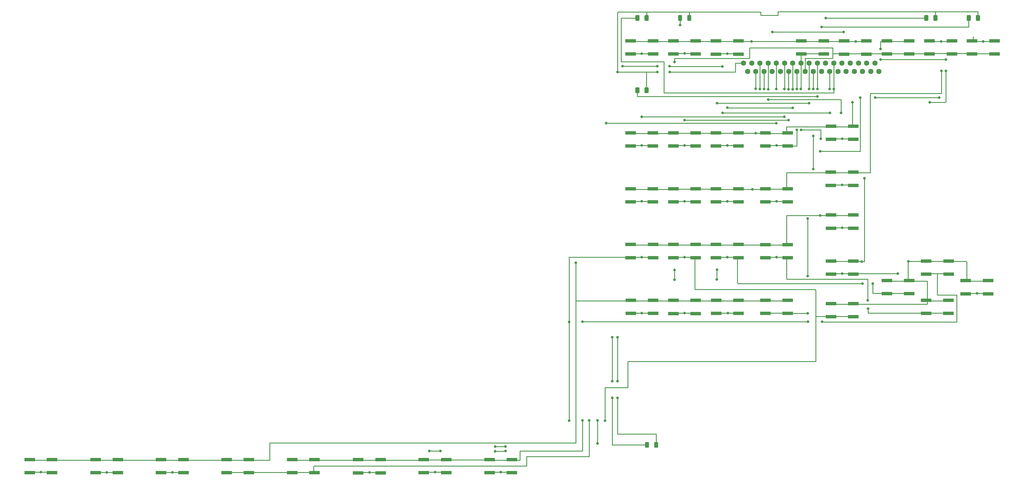
<source format=gbr>
%TF.GenerationSoftware,KiCad,Pcbnew,(5.1.9)-1*%
%TF.CreationDate,2021-03-26T19:35:24+01:00*%
%TF.ProjectId,UPL_Keyboard,55504c5f-4b65-4796-926f-6172642e6b69,2*%
%TF.SameCoordinates,Original*%
%TF.FileFunction,Copper,L1,Top*%
%TF.FilePolarity,Positive*%
%FSLAX46Y46*%
G04 Gerber Fmt 4.6, Leading zero omitted, Abs format (unit mm)*
G04 Created by KiCad (PCBNEW (5.1.9)-1) date 2021-03-26 19:35:24*
%MOMM*%
%LPD*%
G01*
G04 APERTURE LIST*
%TA.AperFunction,ComponentPad*%
%ADD10C,1.600000*%
%TD*%
%TA.AperFunction,SMDPad,CuDef*%
%ADD11R,3.200400X0.990600*%
%TD*%
%TA.AperFunction,ViaPad*%
%ADD12C,0.800000*%
%TD*%
%TA.AperFunction,Conductor*%
%ADD13C,0.250000*%
%TD*%
G04 APERTURE END LIST*
D10*
%TO.P,J1,1*%
%TO.N,LED_A*%
X276115100Y-94107000D03*
%TO.P,J1,2*%
%TO.N,KEY_DET*%
X277365100Y-96607000D03*
%TO.P,J1,3*%
%TO.N,BTN_ROW_1*%
X278615100Y-94107000D03*
%TO.P,J1,4*%
%TO.N,BTN_ROW_2*%
X279865100Y-96607000D03*
%TO.P,J1,5*%
%TO.N,BTN_ROW_3*%
X281115100Y-94107000D03*
%TO.P,J1,6*%
%TO.N,BTN_ROW_4*%
X282365100Y-96607000D03*
%TO.P,J1,7*%
%TO.N,BTN_ROW_5*%
X283615100Y-94107000D03*
%TO.P,J1,8*%
%TO.N,BTN_ROW_6*%
X284865100Y-96607000D03*
%TO.P,J1,9*%
%TO.N,BTN_ROW_7*%
X286115100Y-94107000D03*
%TO.P,J1,10*%
%TO.N,NOT_USED_1*%
X287365100Y-96607000D03*
%TO.P,J1,11*%
%TO.N,BTN_COL_1*%
X288615100Y-94107000D03*
%TO.P,J1,12*%
%TO.N,BTN_COL_2*%
X289865100Y-96607000D03*
%TO.P,J1,13*%
%TO.N,BTN_COL_3*%
X291115100Y-94107000D03*
%TO.P,J1,14*%
%TO.N,BTN_COL_4*%
X292365100Y-96607000D03*
%TO.P,J1,15*%
%TO.N,BTN_COL_5*%
X293615100Y-94107000D03*
%TO.P,J1,16*%
%TO.N,BTN_COL_6*%
X294865100Y-96607000D03*
%TO.P,J1,17*%
%TO.N,BTN_COL_7*%
X296115100Y-94107000D03*
%TO.P,J1,18*%
%TO.N,BTN_COL_8*%
X297365100Y-96607000D03*
%TO.P,J1,19*%
%TO.N,LED_DATA*%
X298615100Y-94107000D03*
%TO.P,J1,20*%
%TO.N,LED_REMOTE*%
X299865100Y-96607000D03*
%TO.P,J1,21*%
%TO.N,LED_OUTPUT*%
X301115100Y-94107000D03*
%TO.P,J1,22*%
%TO.N,LED_GEN_OVRLD*%
X302365100Y-96607000D03*
%TO.P,J1,23*%
%TO.N,LED_START*%
X303615100Y-94107000D03*
%TO.P,J1,24*%
%TO.N,LED_SINGLE*%
X304865100Y-96607000D03*
%TO.P,J1,25*%
%TO.N,KEY_DET*%
X306115100Y-94107000D03*
%TO.P,J1,26*%
%TO.N,NOT_USED_2*%
X307365100Y-96607000D03*
%TO.P,J1,27*%
%TO.N,N/C*%
X308615100Y-94107000D03*
%TO.P,J1,28*%
X309865100Y-96607000D03*
%TO.P,J1,29*%
X311115100Y-94107000D03*
%TO.P,J1,30*%
X312365100Y-96607000D03*
%TO.P,J1,31*%
X313615100Y-94107000D03*
%TO.P,J1,32*%
X314865100Y-96607000D03*
%TO.P,J1,33*%
X316115100Y-94107000D03*
%TO.P,J1,34*%
X317365100Y-96607000D03*
%TD*%
D11*
%TO.P,SW41,1*%
%TO.N,BTN_ROW_5*%
X198760002Y-214819999D03*
%TO.P,SW41,2*%
%TO.N,BTN_COL_1*%
X198760002Y-218820001D03*
X205559998Y-218820001D03*
%TO.P,SW41,1*%
%TO.N,BTN_ROW_5*%
X205559998Y-214819999D03*
%TD*%
%TO.P,SW40,1*%
%TO.N,BTN_ROW_5*%
X178760002Y-214799999D03*
%TO.P,SW40,2*%
%TO.N,BTN_COL_2*%
X178760002Y-218800001D03*
X185559998Y-218800001D03*
%TO.P,SW40,1*%
%TO.N,BTN_ROW_5*%
X185559998Y-214799999D03*
%TD*%
%TO.P,SW39,1*%
%TO.N,BTN_ROW_5*%
X158780002Y-214859999D03*
%TO.P,SW39,2*%
%TO.N,BTN_COL_3*%
X158780002Y-218860001D03*
X165579998Y-218860001D03*
%TO.P,SW39,1*%
%TO.N,BTN_ROW_5*%
X165579998Y-214859999D03*
%TD*%
%TO.P,SW38,1*%
%TO.N,BTN_ROW_5*%
X138700002Y-214839999D03*
%TO.P,SW38,2*%
%TO.N,BTN_COL_4*%
X138700002Y-218840001D03*
X145499998Y-218840001D03*
%TO.P,SW38,1*%
%TO.N,BTN_ROW_5*%
X145499998Y-214839999D03*
%TD*%
%TO.P,SW37,1*%
%TO.N,BTN_ROW_7*%
X118710002Y-214839999D03*
%TO.P,SW37,2*%
%TO.N,BTN_COL_4*%
X118710002Y-218840001D03*
X125509998Y-218840001D03*
%TO.P,SW37,1*%
%TO.N,BTN_ROW_7*%
X125509998Y-214839999D03*
%TD*%
%TO.P,SW36,1*%
%TO.N,BTN_ROW_7*%
X98750002Y-214849999D03*
%TO.P,SW36,2*%
%TO.N,BTN_COL_3*%
X98750002Y-218850001D03*
X105549998Y-218850001D03*
%TO.P,SW36,1*%
%TO.N,BTN_ROW_7*%
X105549998Y-214849999D03*
%TD*%
%TO.P,SW35,1*%
%TO.N,BTN_ROW_7*%
X78800002Y-214849999D03*
%TO.P,SW35,2*%
%TO.N,BTN_COL_2*%
X78800002Y-218850001D03*
X85599998Y-218850001D03*
%TO.P,SW35,1*%
%TO.N,BTN_ROW_7*%
X85599998Y-214849999D03*
%TD*%
%TO.P,SW34,1*%
%TO.N,BTN_ROW_7*%
X58730002Y-214829999D03*
%TO.P,SW34,2*%
%TO.N,BTN_COL_1*%
X58730002Y-218830001D03*
X65529998Y-218830001D03*
%TO.P,SW34,1*%
%TO.N,BTN_ROW_7*%
X65529998Y-214829999D03*
%TD*%
%TO.P,SW33,1*%
%TO.N,BTN_ROW_6*%
X331740002Y-166339999D03*
%TO.P,SW33,2*%
%TO.N,BTN_COL_4*%
X331740002Y-170340001D03*
X338539998Y-170340001D03*
%TO.P,SW33,1*%
%TO.N,BTN_ROW_6*%
X338539998Y-166339999D03*
%TD*%
%TO.P,SW32,1*%
%TO.N,BTN_ROW_6*%
X331760002Y-154359999D03*
%TO.P,SW32,2*%
%TO.N,BTN_COL_1*%
X331760002Y-158360001D03*
X338559998Y-158360001D03*
%TO.P,SW32,1*%
%TO.N,BTN_ROW_6*%
X338559998Y-154359999D03*
%TD*%
%TO.P,SW31,1*%
%TO.N,BTN_ROW_6*%
X343790002Y-160349999D03*
%TO.P,SW31,2*%
%TO.N,BTN_COL_5*%
X343790002Y-164350001D03*
X350589998Y-164350001D03*
%TO.P,SW31,1*%
%TO.N,BTN_ROW_6*%
X350589998Y-160349999D03*
%TD*%
%TO.P,SW30,1*%
%TO.N,BTN_ROW_6*%
X319750002Y-160319999D03*
%TO.P,SW30,2*%
%TO.N,BTN_COL_3*%
X319750002Y-164320001D03*
X326549998Y-164320001D03*
%TO.P,SW30,1*%
%TO.N,BTN_ROW_6*%
X326549998Y-160319999D03*
%TD*%
%TO.P,SW29,1*%
%TO.N,BTN_ROW_7*%
X282770002Y-166329999D03*
%TO.P,SW29,2*%
%TO.N,BTN_COL_8*%
X282770002Y-170330001D03*
X289569998Y-170330001D03*
%TO.P,SW29,1*%
%TO.N,BTN_ROW_7*%
X289569998Y-166329999D03*
%TD*%
%TO.P,SW28,1*%
%TO.N,BTN_ROW_7*%
X267780002Y-166339999D03*
%TO.P,SW28,2*%
%TO.N,BTN_COL_7*%
X267780002Y-170340001D03*
X274579998Y-170340001D03*
%TO.P,SW28,1*%
%TO.N,BTN_ROW_7*%
X274579998Y-166339999D03*
%TD*%
%TO.P,SW27,1*%
%TO.N,BTN_ROW_7*%
X254750002Y-166349999D03*
%TO.P,SW27,2*%
%TO.N,BTN_COL_6*%
X254750002Y-170350001D03*
X261549998Y-170350001D03*
%TO.P,SW27,1*%
%TO.N,BTN_ROW_7*%
X261549998Y-166349999D03*
%TD*%
%TO.P,SW26,1*%
%TO.N,BTN_ROW_7*%
X241790002Y-166339999D03*
%TO.P,SW26,2*%
%TO.N,BTN_COL_5*%
X241790002Y-170340001D03*
X248589998Y-170340001D03*
%TO.P,SW26,1*%
%TO.N,BTN_ROW_7*%
X248589998Y-166339999D03*
%TD*%
%TO.P,SW25,1*%
%TO.N,BTN_ROW_6*%
X302780002Y-167349999D03*
%TO.P,SW25,2*%
%TO.N,BTN_COL_2*%
X302780002Y-171350001D03*
X309579998Y-171350001D03*
%TO.P,SW25,1*%
%TO.N,BTN_ROW_6*%
X309579998Y-167349999D03*
%TD*%
%TO.P,SW24,1*%
%TO.N,BTN_ROW_4*%
X282750002Y-149349999D03*
%TO.P,SW24,2*%
%TO.N,BTN_COL_4*%
X282750002Y-153350001D03*
X289549998Y-153350001D03*
%TO.P,SW24,1*%
%TO.N,BTN_ROW_4*%
X289549998Y-149349999D03*
%TD*%
%TO.P,SW23,1*%
%TO.N,BTN_ROW_4*%
X267740002Y-149339999D03*
%TO.P,SW23,2*%
%TO.N,BTN_COL_3*%
X267740002Y-153340001D03*
X274539998Y-153340001D03*
%TO.P,SW23,1*%
%TO.N,BTN_ROW_4*%
X274539998Y-149339999D03*
%TD*%
%TO.P,SW22,1*%
%TO.N,BTN_ROW_4*%
X254750002Y-149339999D03*
%TO.P,SW22,2*%
%TO.N,BTN_COL_2*%
X254750002Y-153340001D03*
X261549998Y-153340001D03*
%TO.P,SW22,1*%
%TO.N,BTN_ROW_4*%
X261549998Y-149339999D03*
%TD*%
%TO.P,SW21,1*%
%TO.N,BTN_ROW_4*%
X241750002Y-149329999D03*
%TO.P,SW21,2*%
%TO.N,BTN_COL_1*%
X241750002Y-153330001D03*
X248549998Y-153330001D03*
%TO.P,SW21,1*%
%TO.N,BTN_ROW_4*%
X248549998Y-149329999D03*
%TD*%
%TO.P,SW20,1*%
%TO.N,BTN_ROW_5*%
X302740002Y-154349999D03*
%TO.P,SW20,2*%
%TO.N,BTN_COL_5*%
X302740002Y-158350001D03*
X309539998Y-158350001D03*
%TO.P,SW20,1*%
%TO.N,BTN_ROW_5*%
X309539998Y-154349999D03*
%TD*%
%TO.P,SW19,1*%
%TO.N,BTN_ROW_4*%
X302780002Y-140369999D03*
%TO.P,SW19,2*%
%TO.N,BTN_COL_5*%
X302780002Y-144370001D03*
X309579998Y-144370001D03*
%TO.P,SW19,1*%
%TO.N,BTN_ROW_4*%
X309579998Y-140369999D03*
%TD*%
%TO.P,SW18,1*%
%TO.N,BTN_ROW_3*%
X282760002Y-132339999D03*
%TO.P,SW18,2*%
%TO.N,BTN_COL_4*%
X282760002Y-136340001D03*
X289559998Y-136340001D03*
%TO.P,SW18,1*%
%TO.N,BTN_ROW_3*%
X289559998Y-132339999D03*
%TD*%
%TO.P,SW17,1*%
%TO.N,BTN_ROW_3*%
X267760002Y-132349999D03*
%TO.P,SW17,2*%
%TO.N,BTN_COL_3*%
X267760002Y-136350001D03*
X274559998Y-136350001D03*
%TO.P,SW17,1*%
%TO.N,BTN_ROW_3*%
X274559998Y-132349999D03*
%TD*%
%TO.P,SW16,1*%
%TO.N,BTN_ROW_3*%
X254760002Y-132339999D03*
%TO.P,SW16,2*%
%TO.N,BTN_COL_2*%
X254760002Y-136340001D03*
X261559998Y-136340001D03*
%TO.P,SW16,1*%
%TO.N,BTN_ROW_3*%
X261559998Y-132339999D03*
%TD*%
%TO.P,SW15,1*%
%TO.N,BTN_ROW_3*%
X241730002Y-132349999D03*
%TO.P,SW15,2*%
%TO.N,BTN_COL_1*%
X241730002Y-136350001D03*
X248529998Y-136350001D03*
%TO.P,SW15,1*%
%TO.N,BTN_ROW_3*%
X248529998Y-132349999D03*
%TD*%
%TO.P,SW14,1*%
%TO.N,BTN_ROW_3*%
X302710002Y-127329999D03*
%TO.P,SW14,2*%
%TO.N,BTN_COL_5*%
X302710002Y-131330001D03*
X309509998Y-131330001D03*
%TO.P,SW14,1*%
%TO.N,BTN_ROW_3*%
X309509998Y-127329999D03*
%TD*%
%TO.P,SW13,1*%
%TO.N,BTN_ROW_2*%
X302760002Y-113319999D03*
%TO.P,SW13,2*%
%TO.N,BTN_COL_5*%
X302760002Y-117320001D03*
X309559998Y-117320001D03*
%TO.P,SW13,1*%
%TO.N,BTN_ROW_2*%
X309559998Y-113319999D03*
%TD*%
%TO.P,SW12,1*%
%TO.N,BTN_ROW_2*%
X282760002Y-115339999D03*
%TO.P,SW12,2*%
%TO.N,BTN_COL_4*%
X282760002Y-119340001D03*
X289559998Y-119340001D03*
%TO.P,SW12,1*%
%TO.N,BTN_ROW_2*%
X289559998Y-115339999D03*
%TD*%
%TO.P,SW11,1*%
%TO.N,BTN_ROW_2*%
X267740002Y-115319999D03*
%TO.P,SW11,2*%
%TO.N,BTN_COL_3*%
X267740002Y-119320001D03*
X274539998Y-119320001D03*
%TO.P,SW11,1*%
%TO.N,BTN_ROW_2*%
X274539998Y-115319999D03*
%TD*%
%TO.P,SW10,1*%
%TO.N,BTN_ROW_2*%
X254740002Y-115329999D03*
%TO.P,SW10,2*%
%TO.N,BTN_COL_2*%
X254740002Y-119330001D03*
X261539998Y-119330001D03*
%TO.P,SW10,1*%
%TO.N,BTN_ROW_2*%
X261539998Y-115329999D03*
%TD*%
%TO.P,SW9,1*%
%TO.N,BTN_ROW_2*%
X241730002Y-115339999D03*
%TO.P,SW9,2*%
%TO.N,BTN_COL_1*%
X241730002Y-119340001D03*
X248529998Y-119340001D03*
%TO.P,SW9,1*%
%TO.N,BTN_ROW_2*%
X248529998Y-115339999D03*
%TD*%
%TO.P,SW8,1*%
%TO.N,BTN_ROW_4*%
X345740002Y-87339999D03*
%TO.P,SW8,2*%
%TO.N,BTN_COL_6*%
X345740002Y-91340001D03*
X352539998Y-91340001D03*
%TO.P,SW8,1*%
%TO.N,BTN_ROW_4*%
X352539998Y-87339999D03*
%TD*%
%TO.P,SW7,1*%
%TO.N,BTN_ROW_3*%
X332770002Y-87329999D03*
%TO.P,SW7,2*%
%TO.N,BTN_COL_6*%
X332770002Y-91330001D03*
X339569998Y-91330001D03*
%TO.P,SW7,1*%
%TO.N,BTN_ROW_3*%
X339569998Y-87329999D03*
%TD*%
%TO.P,SW6,1*%
%TO.N,BTN_ROW_2*%
X319750002Y-87339999D03*
%TO.P,SW6,2*%
%TO.N,BTN_COL_6*%
X319750002Y-91340001D03*
X326549998Y-91340001D03*
%TO.P,SW6,1*%
%TO.N,BTN_ROW_2*%
X326549998Y-87339999D03*
%TD*%
%TO.P,SW5,1*%
%TO.N,BTN_ROW_1*%
X306740002Y-87359999D03*
%TO.P,SW5,2*%
%TO.N,BTN_COL_6*%
X306740002Y-91360001D03*
X313539998Y-91360001D03*
%TO.P,SW5,1*%
%TO.N,BTN_ROW_1*%
X313539998Y-87359999D03*
%TD*%
%TO.P,SW4,1*%
%TO.N,BTN_ROW_1*%
X293750002Y-87349999D03*
%TO.P,SW4,2*%
%TO.N,BTN_COL_5*%
X293750002Y-91350001D03*
X300549998Y-91350001D03*
%TO.P,SW4,1*%
%TO.N,BTN_ROW_1*%
X300549998Y-87349999D03*
%TD*%
%TO.P,SW3,1*%
%TO.N,BTN_ROW_1*%
X267750002Y-87359999D03*
%TO.P,SW3,2*%
%TO.N,BTN_COL_3*%
X267750002Y-91360001D03*
X274549998Y-91360001D03*
%TO.P,SW3,1*%
%TO.N,BTN_ROW_1*%
X274549998Y-87359999D03*
%TD*%
%TO.P,SW2,1*%
%TO.N,BTN_ROW_1*%
X254740002Y-87329999D03*
%TO.P,SW2,2*%
%TO.N,BTN_COL_2*%
X254740002Y-91330001D03*
X261539998Y-91330001D03*
%TO.P,SW2,1*%
%TO.N,BTN_ROW_1*%
X261539998Y-87329999D03*
%TD*%
%TO.P,SW1,1*%
%TO.N,BTN_ROW_1*%
X241750002Y-87349999D03*
%TO.P,SW1,2*%
%TO.N,BTN_COL_1*%
X241750002Y-91350001D03*
X248549998Y-91350001D03*
%TO.P,SW1,1*%
%TO.N,BTN_ROW_1*%
X248549998Y-87349999D03*
%TD*%
%TO.P,LED_START1,2*%
%TO.N,LED_A*%
%TA.AperFunction,SMDPad,CuDef*%
G36*
G01*
X245985000Y-80975000D02*
X245985000Y-79725000D01*
G75*
G02*
X246235000Y-79475000I250000J0D01*
G01*
X246985000Y-79475000D01*
G75*
G02*
X247235000Y-79725000I0J-250000D01*
G01*
X247235000Y-80975000D01*
G75*
G02*
X246985000Y-81225000I-250000J0D01*
G01*
X246235000Y-81225000D01*
G75*
G02*
X245985000Y-80975000I0J250000D01*
G01*
G37*
%TD.AperFunction*%
%TO.P,LED_START1,1*%
%TO.N,LED_START*%
%TA.AperFunction,SMDPad,CuDef*%
G36*
G01*
X243185000Y-80975000D02*
X243185000Y-79725000D01*
G75*
G02*
X243435000Y-79475000I250000J0D01*
G01*
X244185000Y-79475000D01*
G75*
G02*
X244435000Y-79725000I0J-250000D01*
G01*
X244435000Y-80975000D01*
G75*
G02*
X244185000Y-81225000I-250000J0D01*
G01*
X243435000Y-81225000D01*
G75*
G02*
X243185000Y-80975000I0J250000D01*
G01*
G37*
%TD.AperFunction*%
%TD*%
%TO.P,LED_SINGLE1,2*%
%TO.N,LED_A*%
%TA.AperFunction,SMDPad,CuDef*%
G36*
G01*
X258975000Y-80965000D02*
X258975000Y-79715000D01*
G75*
G02*
X259225000Y-79465000I250000J0D01*
G01*
X259975000Y-79465000D01*
G75*
G02*
X260225000Y-79715000I0J-250000D01*
G01*
X260225000Y-80965000D01*
G75*
G02*
X259975000Y-81215000I-250000J0D01*
G01*
X259225000Y-81215000D01*
G75*
G02*
X258975000Y-80965000I0J250000D01*
G01*
G37*
%TD.AperFunction*%
%TO.P,LED_SINGLE1,1*%
%TO.N,LED_SINGLE*%
%TA.AperFunction,SMDPad,CuDef*%
G36*
G01*
X256175000Y-80965000D02*
X256175000Y-79715000D01*
G75*
G02*
X256425000Y-79465000I250000J0D01*
G01*
X257175000Y-79465000D01*
G75*
G02*
X257425000Y-79715000I0J-250000D01*
G01*
X257425000Y-80965000D01*
G75*
G02*
X257175000Y-81215000I-250000J0D01*
G01*
X256425000Y-81215000D01*
G75*
G02*
X256175000Y-80965000I0J250000D01*
G01*
G37*
%TD.AperFunction*%
%TD*%
%TO.P,LED_REMOTE1,2*%
%TO.N,LED_A*%
%TA.AperFunction,SMDPad,CuDef*%
G36*
G01*
X346875000Y-80975000D02*
X346875000Y-79725000D01*
G75*
G02*
X347125000Y-79475000I250000J0D01*
G01*
X347875000Y-79475000D01*
G75*
G02*
X348125000Y-79725000I0J-250000D01*
G01*
X348125000Y-80975000D01*
G75*
G02*
X347875000Y-81225000I-250000J0D01*
G01*
X347125000Y-81225000D01*
G75*
G02*
X346875000Y-80975000I0J250000D01*
G01*
G37*
%TD.AperFunction*%
%TO.P,LED_REMOTE1,1*%
%TO.N,LED_REMOTE*%
%TA.AperFunction,SMDPad,CuDef*%
G36*
G01*
X344075000Y-80975000D02*
X344075000Y-79725000D01*
G75*
G02*
X344325000Y-79475000I250000J0D01*
G01*
X345075000Y-79475000D01*
G75*
G02*
X345325000Y-79725000I0J-250000D01*
G01*
X345325000Y-80975000D01*
G75*
G02*
X345075000Y-81225000I-250000J0D01*
G01*
X344325000Y-81225000D01*
G75*
G02*
X344075000Y-80975000I0J250000D01*
G01*
G37*
%TD.AperFunction*%
%TD*%
%TO.P,LED_OUTPUT1,2*%
%TO.N,LED_A*%
%TA.AperFunction,SMDPad,CuDef*%
G36*
G01*
X333925000Y-80965000D02*
X333925000Y-79715000D01*
G75*
G02*
X334175000Y-79465000I250000J0D01*
G01*
X334925000Y-79465000D01*
G75*
G02*
X335175000Y-79715000I0J-250000D01*
G01*
X335175000Y-80965000D01*
G75*
G02*
X334925000Y-81215000I-250000J0D01*
G01*
X334175000Y-81215000D01*
G75*
G02*
X333925000Y-80965000I0J250000D01*
G01*
G37*
%TD.AperFunction*%
%TO.P,LED_OUTPUT1,1*%
%TO.N,LED_OUTPUT*%
%TA.AperFunction,SMDPad,CuDef*%
G36*
G01*
X331125000Y-80965000D02*
X331125000Y-79715000D01*
G75*
G02*
X331375000Y-79465000I250000J0D01*
G01*
X332125000Y-79465000D01*
G75*
G02*
X332375000Y-79715000I0J-250000D01*
G01*
X332375000Y-80965000D01*
G75*
G02*
X332125000Y-81215000I-250000J0D01*
G01*
X331375000Y-81215000D01*
G75*
G02*
X331125000Y-80965000I0J250000D01*
G01*
G37*
%TD.AperFunction*%
%TD*%
%TO.P,LED_GEN_OVRLD1,2*%
%TO.N,LED_A*%
%TA.AperFunction,SMDPad,CuDef*%
G36*
G01*
X248895000Y-210975000D02*
X248895000Y-209725000D01*
G75*
G02*
X249145000Y-209475000I250000J0D01*
G01*
X249895000Y-209475000D01*
G75*
G02*
X250145000Y-209725000I0J-250000D01*
G01*
X250145000Y-210975000D01*
G75*
G02*
X249895000Y-211225000I-250000J0D01*
G01*
X249145000Y-211225000D01*
G75*
G02*
X248895000Y-210975000I0J250000D01*
G01*
G37*
%TD.AperFunction*%
%TO.P,LED_GEN_OVRLD1,1*%
%TO.N,LED_GEN_OVRLD*%
%TA.AperFunction,SMDPad,CuDef*%
G36*
G01*
X246095000Y-210975000D02*
X246095000Y-209725000D01*
G75*
G02*
X246345000Y-209475000I250000J0D01*
G01*
X247095000Y-209475000D01*
G75*
G02*
X247345000Y-209725000I0J-250000D01*
G01*
X247345000Y-210975000D01*
G75*
G02*
X247095000Y-211225000I-250000J0D01*
G01*
X246345000Y-211225000D01*
G75*
G02*
X246095000Y-210975000I0J250000D01*
G01*
G37*
%TD.AperFunction*%
%TD*%
%TO.P,LED_DATA1,2*%
%TO.N,LED_A*%
%TA.AperFunction,SMDPad,CuDef*%
G36*
G01*
X245965000Y-102975000D02*
X245965000Y-101725000D01*
G75*
G02*
X246215000Y-101475000I250000J0D01*
G01*
X246965000Y-101475000D01*
G75*
G02*
X247215000Y-101725000I0J-250000D01*
G01*
X247215000Y-102975000D01*
G75*
G02*
X246965000Y-103225000I-250000J0D01*
G01*
X246215000Y-103225000D01*
G75*
G02*
X245965000Y-102975000I0J250000D01*
G01*
G37*
%TD.AperFunction*%
%TO.P,LED_DATA1,1*%
%TO.N,LED_DATA*%
%TA.AperFunction,SMDPad,CuDef*%
G36*
G01*
X243165000Y-102975000D02*
X243165000Y-101725000D01*
G75*
G02*
X243415000Y-101475000I250000J0D01*
G01*
X244165000Y-101475000D01*
G75*
G02*
X244415000Y-101725000I0J-250000D01*
G01*
X244415000Y-102975000D01*
G75*
G02*
X244165000Y-103225000I-250000J0D01*
G01*
X243415000Y-103225000D01*
G75*
G02*
X243165000Y-102975000I0J250000D01*
G01*
G37*
%TD.AperFunction*%
%TD*%
D12*
%TO.N,LED_SINGLE*%
X256800000Y-82517900D03*
%TO.N,LED_START*%
X303593500Y-101981000D03*
%TO.N,LED_GEN_OVRLD*%
X236120000Y-196060000D03*
X236160000Y-190960000D03*
X236110000Y-177580000D03*
X253610000Y-95070000D03*
X249820000Y-95050000D03*
X239280000Y-95040000D03*
X302348900Y-101981000D03*
X302399700Y-109232700D03*
X269735300Y-109270800D03*
X269709900Y-95110300D03*
%TO.N,LED_OUTPUT*%
X301155100Y-80352900D03*
%TO.N,LED_REMOTE*%
X299872400Y-83121500D03*
%TO.N,LED_DATA*%
X298615100Y-101993700D03*
X298615100Y-104241600D03*
%TO.N,BTN_COL_8*%
X297357800Y-101968300D03*
X297357800Y-116244200D03*
X295694100Y-170332400D03*
X295694100Y-158991300D03*
X295694100Y-141465300D03*
X297383200Y-126377700D03*
%TO.N,BTN_COL_7*%
X271320000Y-170210000D03*
X268000000Y-160000000D03*
X268020000Y-156970000D03*
X268020000Y-106310000D03*
X296100500Y-101955600D03*
X296097600Y-106273100D03*
%TO.N,BTN_COL_6*%
X258140000Y-170200000D03*
X255110000Y-160040000D03*
X255110000Y-157080000D03*
X255110000Y-93770000D03*
%TO.N,BTN_COL_5*%
X306150000Y-158200000D03*
X306140000Y-144220000D03*
X306150000Y-131180000D03*
X306160000Y-117170000D03*
X245140000Y-170190000D03*
X323080000Y-158180000D03*
X347210000Y-164200000D03*
X293585900Y-102006400D03*
X293598600Y-114427000D03*
X299669400Y-117170000D03*
%TO.N,BTN_COL_4*%
X286200000Y-153200000D03*
X286200000Y-136190000D03*
X286200000Y-119190000D03*
X313980000Y-166310000D03*
X314000000Y-168850000D03*
X229110000Y-202930000D03*
X292341300Y-101993700D03*
X292354000Y-114414300D03*
%TO.N,BTN_COL_3*%
X271210000Y-153190000D03*
X271210000Y-136200000D03*
X271220000Y-119170000D03*
X271220000Y-91210000D03*
X312320000Y-161270000D03*
X315460000Y-161270000D03*
X102160000Y-218700000D03*
X180450000Y-212250000D03*
X183800000Y-212230000D03*
X200470000Y-212290000D03*
X203630000Y-212240000D03*
X162220000Y-218710000D03*
X231640000Y-202920000D03*
X231630000Y-209950000D03*
X271220000Y-107670000D03*
X291096700Y-102044500D03*
X291082600Y-107720000D03*
%TO.N,BTN_COL_2*%
X258160000Y-153190000D03*
X258190000Y-136190000D03*
X258190000Y-119180000D03*
X258190000Y-91180000D03*
X82190000Y-218700000D03*
X200470000Y-210880000D03*
X203640000Y-210880000D03*
X182230000Y-218650000D03*
X233970000Y-202970000D03*
X289852100Y-102031800D03*
X289852100Y-111429800D03*
X258190000Y-111468900D03*
%TO.N,BTN_COL_1*%
X245140000Y-153180000D03*
X245140000Y-136200000D03*
X245140000Y-119190000D03*
X245140000Y-91200000D03*
X62130000Y-218680000D03*
X202180000Y-218670000D03*
X223030000Y-202970000D03*
X300070000Y-172870000D03*
X295760000Y-172870000D03*
X227100000Y-172880000D03*
X223010000Y-172920000D03*
X245140000Y-110450000D03*
X288582100Y-102019100D03*
X288564000Y-110470000D03*
%TO.N,BTN_ROW_7*%
X225060000Y-154920000D03*
X234240000Y-112420000D03*
X286092900Y-101968300D03*
X286093300Y-112420000D03*
%TO.N,BTN_ROW_6*%
X326280000Y-154510000D03*
X306565300Y-84607400D03*
X284924500Y-84645500D03*
%TO.N,BTN_ROW_5*%
X312080000Y-154530000D03*
X227060000Y-202940000D03*
X312900000Y-129130000D03*
X283616400Y-102031800D03*
X283603700Y-105232200D03*
X305854100Y-109245400D03*
%TO.N,BTN_ROW_4*%
X349100000Y-87490000D03*
X335670000Y-104640000D03*
X316250000Y-104610000D03*
X311650000Y-104630000D03*
X299430000Y-120900000D03*
X299440000Y-140520000D03*
X282333700Y-101981000D03*
%TO.N,BTN_ROW_3*%
X336380000Y-96470000D03*
X336340000Y-87480000D03*
X281114500Y-101955600D03*
X278816700Y-132500000D03*
%TO.N,BTN_ROW_2*%
X317880000Y-89820000D03*
X309290000Y-106030000D03*
X332830000Y-106030000D03*
X337760000Y-96490000D03*
X337750000Y-93000000D03*
X279793700Y-101930200D03*
X279817500Y-115470000D03*
X317860000Y-93000000D03*
%TO.N,BTN_ROW_1*%
X310280000Y-87510000D03*
X278594200Y-87510000D03*
%TO.N,LED_A*%
X237740000Y-196080000D03*
X237720000Y-190990000D03*
X237720000Y-177590000D03*
X253644400Y-96837500D03*
X249859800Y-96824800D03*
X237744000Y-96837500D03*
%TD*%
D13*
%TO.N,*%
X308610000Y-94094300D02*
X308622700Y-94081600D01*
%TO.N,LED_SINGLE*%
X256800000Y-82517900D02*
X256800000Y-80340000D01*
%TO.N,LED_START*%
X243780000Y-80380000D02*
X243810000Y-80350000D01*
X287500000Y-103160000D02*
X287510000Y-103170000D01*
X287510000Y-103170000D02*
X251890000Y-103170000D01*
X303593500Y-103170000D02*
X303593500Y-101981000D01*
X287510000Y-103170000D02*
X303593500Y-103170000D01*
X251890000Y-103170000D02*
X251890000Y-93711500D01*
X238836200Y-80350000D02*
X243810000Y-80350000D01*
X238836200Y-93711500D02*
X238836200Y-80350000D01*
X251890000Y-93711500D02*
X238836200Y-93711500D01*
X303597600Y-94124500D02*
X303615100Y-94107000D01*
X303597600Y-101976900D02*
X303597600Y-94124500D01*
X303593500Y-101981000D02*
X303597600Y-101976900D01*
%TO.N,LED_GEN_OVRLD*%
X246720000Y-210350000D02*
X236060000Y-210350000D01*
X236120000Y-210290000D02*
X236120000Y-196060000D01*
X236060000Y-210350000D02*
X236120000Y-210290000D01*
X236160000Y-190960000D02*
X236160000Y-177700000D01*
X236110000Y-177650000D02*
X236110000Y-177580000D01*
X236160000Y-177700000D02*
X236110000Y-177650000D01*
X253620000Y-95080000D02*
X253610000Y-95070000D01*
X239290000Y-95050000D02*
X239280000Y-95040000D01*
X249820000Y-95050000D02*
X239290000Y-95050000D01*
X269773400Y-109232700D02*
X269735300Y-109270800D01*
X302399700Y-109232700D02*
X269773400Y-109232700D01*
X253650300Y-95110300D02*
X253610000Y-95070000D01*
X269709900Y-95110300D02*
X253650300Y-95110300D01*
X302347600Y-96624500D02*
X302365100Y-96607000D01*
X302347600Y-101979700D02*
X302347600Y-96624500D01*
X302348900Y-101981000D02*
X302347600Y-101979700D01*
%TO.N,LED_OUTPUT*%
X331737100Y-80352900D02*
X331750000Y-80340000D01*
X301155100Y-80352900D02*
X331737100Y-80352900D01*
%TO.N,LED_REMOTE*%
X344700000Y-83050000D02*
X344700000Y-80350000D01*
X344660000Y-83090000D02*
X344700000Y-83050000D01*
X299903900Y-83090000D02*
X344660000Y-83090000D01*
X299872400Y-83121500D02*
X299903900Y-83090000D01*
%TO.N,LED_DATA*%
X243790000Y-104240000D02*
X243790000Y-102350000D01*
X292520000Y-104240000D02*
X243790000Y-104240000D01*
X298613500Y-104240000D02*
X298615100Y-104241600D01*
X292520000Y-104240000D02*
X298613500Y-104240000D01*
X298597600Y-94124500D02*
X298615100Y-94107000D01*
X298597600Y-101976200D02*
X298597600Y-94124500D01*
X298615100Y-101993700D02*
X298597600Y-101976200D01*
%TO.N,BTN_COL_8*%
X283070000Y-170180000D02*
X286190000Y-170180000D01*
X286190000Y-170180000D02*
X289270000Y-170180000D01*
X295691701Y-170330001D02*
X295694100Y-170332400D01*
X289569998Y-170330001D02*
X295691701Y-170330001D01*
X295694100Y-158991300D02*
X295694100Y-141465300D01*
X297357800Y-126352300D02*
X297383200Y-126377700D01*
X297357800Y-116244200D02*
X297357800Y-126352300D01*
X297347600Y-96624500D02*
X297365100Y-96607000D01*
X297347600Y-101958100D02*
X297347600Y-96624500D01*
X297357800Y-101968300D02*
X297347600Y-101958100D01*
%TO.N,BTN_COL_7*%
X271340000Y-170190000D02*
X271320000Y-170210000D01*
X271490000Y-170190000D02*
X271340000Y-170190000D01*
X268080000Y-170190000D02*
X271490000Y-170190000D01*
X271490000Y-170190000D02*
X274280000Y-170190000D01*
X268000000Y-156990000D02*
X268020000Y-156970000D01*
X268000000Y-160000000D02*
X268000000Y-156990000D01*
X296060700Y-106310000D02*
X268020000Y-106310000D01*
X296097600Y-106273100D02*
X296060700Y-106310000D01*
X296097600Y-94124500D02*
X296115100Y-94107000D01*
X296097600Y-101952700D02*
X296097600Y-94124500D01*
X296100500Y-101955600D02*
X296097600Y-101952700D01*
%TO.N,BTN_COL_6*%
X255050000Y-170200000D02*
X258140000Y-170200000D01*
X307040000Y-91210000D02*
X313240000Y-91210000D01*
X320050000Y-91190000D02*
X326250000Y-91190000D01*
X320030000Y-91210000D02*
X320050000Y-91190000D01*
X313240000Y-91210000D02*
X320030000Y-91210000D01*
X333060000Y-91190000D02*
X333070000Y-91180000D01*
X326250000Y-91190000D02*
X333060000Y-91190000D01*
X333070000Y-91180000D02*
X339270000Y-91180000D01*
X346030000Y-91180000D02*
X346040000Y-91190000D01*
X339270000Y-91180000D02*
X346030000Y-91180000D01*
X346040000Y-91190000D02*
X352240000Y-91190000D01*
X258140000Y-170200000D02*
X261250000Y-170200000D01*
X307030000Y-91220000D02*
X307040000Y-91210000D01*
X255110000Y-160040000D02*
X255110000Y-157080000D01*
X304249800Y-91220000D02*
X307030000Y-91220000D01*
X303310000Y-91220000D02*
X304249800Y-91220000D01*
X303310000Y-91220000D02*
X303310006Y-91220000D01*
X303310006Y-91220000D02*
X304249800Y-91220000D01*
X303314100Y-91224094D02*
X303310006Y-91220000D01*
X303314100Y-92557600D02*
X303314100Y-91224094D01*
X303225200Y-92646500D02*
X303314100Y-92557600D01*
X294847600Y-92646500D02*
X303225200Y-92646500D01*
X277930000Y-89470000D02*
X303310006Y-89470000D01*
X303310006Y-89470000D02*
X303310006Y-91220000D01*
X277930000Y-92617900D02*
X277930000Y-89470000D01*
X255110000Y-92671900D02*
X277876000Y-92671900D01*
X277876000Y-92671900D02*
X277930000Y-92617900D01*
X255110000Y-93770000D02*
X255110000Y-92671900D01*
X294865100Y-92664000D02*
X294847600Y-92646500D01*
X294865100Y-96607000D02*
X294865100Y-92664000D01*
%TO.N,BTN_COL_5*%
X242090000Y-170190000D02*
X245140000Y-170190000D01*
X303040000Y-158200000D02*
X306150000Y-158200000D01*
X294050000Y-91200000D02*
X300250000Y-91200000D01*
X306150000Y-158200000D02*
X309240000Y-158200000D01*
X306140000Y-144220000D02*
X309280000Y-144220000D01*
X303080000Y-144220000D02*
X306140000Y-144220000D01*
X306150000Y-131180000D02*
X309210000Y-131180000D01*
X303010000Y-131180000D02*
X306150000Y-131180000D01*
X306160000Y-117170000D02*
X309260000Y-117170000D01*
X303060000Y-117170000D02*
X306160000Y-117170000D01*
X245140000Y-170190000D02*
X248290000Y-170190000D01*
X323060000Y-158200000D02*
X323080000Y-158180000D01*
X309240000Y-158200000D02*
X323060000Y-158200000D01*
X347210000Y-164200000D02*
X344090000Y-164200000D01*
X350290000Y-164200000D02*
X347210000Y-164200000D01*
X294050000Y-91200000D02*
X294030000Y-91220000D01*
X293597600Y-91502403D02*
X293750002Y-91350001D01*
X293597600Y-96839400D02*
X293597600Y-91502403D01*
X293597600Y-101994700D02*
X293585900Y-102006400D01*
X293597600Y-96839400D02*
X293597600Y-101994700D01*
X299669400Y-114427000D02*
X299669400Y-117170000D01*
X293598600Y-114427000D02*
X299669400Y-114427000D01*
%TO.N,BTN_COL_4*%
X125210000Y-218690000D02*
X139000000Y-218690000D01*
X139000000Y-218690000D02*
X145200000Y-218690000D01*
X119010000Y-218690000D02*
X125210000Y-218690000D01*
X332040000Y-170190000D02*
X338240000Y-170190000D01*
X283050000Y-153200000D02*
X286200000Y-153200000D01*
X286200000Y-153200000D02*
X289250000Y-153200000D01*
X286200000Y-136190000D02*
X289260000Y-136190000D01*
X283060000Y-136190000D02*
X286200000Y-136190000D01*
X286200000Y-119190000D02*
X289260000Y-119190000D01*
X283060000Y-119190000D02*
X286200000Y-119190000D01*
X289250000Y-153200000D02*
X289250000Y-159900000D01*
X289250000Y-159900000D02*
X313970000Y-159900000D01*
X313980000Y-159910000D02*
X313980000Y-166310000D01*
X313970000Y-159900000D02*
X313980000Y-159910000D01*
X314000000Y-170190000D02*
X332040000Y-170190000D01*
X314000000Y-168850000D02*
X314000000Y-170190000D01*
X145200000Y-218690000D02*
X145200000Y-216920000D01*
X145340000Y-216780000D02*
X210060000Y-216780000D01*
X145200000Y-216920000D02*
X145340000Y-216780000D01*
X210060000Y-216780000D02*
X210050000Y-216770000D01*
X210050000Y-216770000D02*
X210050000Y-213940000D01*
X210050000Y-213940000D02*
X210070000Y-213920000D01*
X229110000Y-210776410D02*
X229120000Y-210786410D01*
X229110000Y-202930000D02*
X229110000Y-210776410D01*
X220830000Y-213920000D02*
X220990000Y-213920000D01*
X210070000Y-213920000D02*
X220830000Y-213920000D01*
X229110000Y-213910000D02*
X229110000Y-210776410D01*
X229120000Y-213920000D02*
X229110000Y-213910000D01*
X220830000Y-213920000D02*
X229120000Y-213920000D01*
X292354000Y-119340001D02*
X289559998Y-119340001D01*
X292354000Y-114414300D02*
X292354000Y-119340001D01*
X292347600Y-96624500D02*
X292365100Y-96607000D01*
X292347600Y-101987400D02*
X292347600Y-96624500D01*
X292341300Y-101993700D02*
X292347600Y-101987400D01*
%TO.N,BTN_COL_3*%
X99050000Y-218700000D02*
X102160000Y-218700000D01*
X165280000Y-218710000D02*
X162220000Y-218710000D01*
X326250000Y-164170000D02*
X320050000Y-164170000D01*
X268040000Y-153190000D02*
X271210000Y-153190000D01*
X271210000Y-153190000D02*
X274240000Y-153190000D01*
X271210000Y-136200000D02*
X274260000Y-136200000D01*
X268060000Y-136200000D02*
X271210000Y-136200000D01*
X271220000Y-119170000D02*
X274240000Y-119170000D01*
X268040000Y-119170000D02*
X271220000Y-119170000D01*
X271220000Y-91210000D02*
X274250000Y-91210000D01*
X268050000Y-91210000D02*
X271220000Y-91210000D01*
X274240000Y-153190000D02*
X274240000Y-161050000D01*
X274460000Y-161270000D02*
X312320000Y-161270000D01*
X274240000Y-161050000D02*
X274460000Y-161270000D01*
X315460000Y-161270000D02*
X315460000Y-164120000D01*
X315510000Y-164170000D02*
X320050000Y-164170000D01*
X315460000Y-164120000D02*
X315510000Y-164170000D01*
X102160000Y-218700000D02*
X105250000Y-218700000D01*
X183780000Y-212250000D02*
X183800000Y-212230000D01*
X180450000Y-212250000D02*
X183780000Y-212250000D01*
X203580000Y-212290000D02*
X203630000Y-212240000D01*
X200470000Y-212290000D02*
X203580000Y-212290000D01*
X162220000Y-218710000D02*
X159080000Y-218710000D01*
X231640000Y-209940000D02*
X231630000Y-209950000D01*
X231640000Y-202920000D02*
X231640000Y-209940000D01*
X271270000Y-107720000D02*
X271220000Y-107670000D01*
X291082600Y-107720000D02*
X271270000Y-107720000D01*
X291097600Y-94124500D02*
X291115100Y-94107000D01*
X291097600Y-102043600D02*
X291097600Y-94124500D01*
X291096700Y-102044500D02*
X291097600Y-102043600D01*
%TO.N,BTN_COL_2*%
X79100000Y-218700000D02*
X82190000Y-218700000D01*
X185260000Y-218650000D02*
X182230000Y-218650000D01*
X255050000Y-153190000D02*
X258160000Y-153190000D01*
X303080000Y-171200000D02*
X309280000Y-171200000D01*
X258160000Y-153190000D02*
X261250000Y-153190000D01*
X258190000Y-136190000D02*
X261260000Y-136190000D01*
X255060000Y-136190000D02*
X258190000Y-136190000D01*
X258190000Y-119180000D02*
X261240000Y-119180000D01*
X255040000Y-119180000D02*
X258190000Y-119180000D01*
X258190000Y-91180000D02*
X261240000Y-91180000D01*
X255040000Y-91180000D02*
X258190000Y-91180000D01*
X298090000Y-171200000D02*
X303080000Y-171200000D01*
X298090000Y-163250000D02*
X298090000Y-171200000D01*
X297880000Y-163040000D02*
X298090000Y-163250000D01*
X261330000Y-163040000D02*
X297880000Y-163040000D01*
X261250000Y-162960000D02*
X261330000Y-163040000D01*
X261250000Y-153190000D02*
X261250000Y-162960000D01*
X82190000Y-218700000D02*
X85300000Y-218700000D01*
X200470000Y-210880000D02*
X203640000Y-210880000D01*
X182230000Y-218650000D02*
X179060000Y-218650000D01*
X298090000Y-184920000D02*
X298090000Y-171200000D01*
X298070000Y-184940000D02*
X298090000Y-184920000D01*
X240920000Y-184940000D02*
X298070000Y-184940000D01*
X240920000Y-192920000D02*
X240920000Y-184940000D01*
X233980000Y-192920000D02*
X240920000Y-192920000D01*
X233970000Y-192930000D02*
X233980000Y-192920000D01*
X233970000Y-202970000D02*
X233970000Y-192930000D01*
X258229100Y-111429800D02*
X258190000Y-111468900D01*
X289852100Y-111429800D02*
X258229100Y-111429800D01*
X289847600Y-96624500D02*
X289865100Y-96607000D01*
X289847600Y-102027300D02*
X289847600Y-96624500D01*
X289852100Y-102031800D02*
X289847600Y-102027300D01*
%TO.N,BTN_COL_1*%
X59030000Y-218680000D02*
X62130000Y-218680000D01*
X205260000Y-218670000D02*
X202180000Y-218670000D01*
X242050000Y-153180000D02*
X245140000Y-153180000D01*
X245140000Y-153180000D02*
X248250000Y-153180000D01*
X245140000Y-136200000D02*
X248230000Y-136200000D01*
X242030000Y-136200000D02*
X245140000Y-136200000D01*
X245140000Y-119190000D02*
X248230000Y-119190000D01*
X242030000Y-119190000D02*
X245140000Y-119190000D01*
X245140000Y-91200000D02*
X248250000Y-91200000D01*
X242050000Y-91200000D02*
X245140000Y-91200000D01*
X62130000Y-218680000D02*
X65230000Y-218680000D01*
X202180000Y-218670000D02*
X199060000Y-218670000D01*
X242050000Y-153180000D02*
X222920000Y-153180000D01*
X222920000Y-153180000D02*
X223010000Y-153270000D01*
X223020000Y-202960000D02*
X223030000Y-202970000D01*
X223010000Y-202960000D02*
X223020000Y-202960000D01*
X335140000Y-158210000D02*
X335140000Y-164680000D01*
X332060000Y-158210000D02*
X335140000Y-158210000D01*
X335140000Y-158210000D02*
X338260000Y-158210000D01*
X335140000Y-164680000D02*
X335160000Y-164700000D01*
X335160000Y-164700000D02*
X340980000Y-164700000D01*
X340980000Y-164700000D02*
X341000000Y-164720000D01*
X341000000Y-164720000D02*
X341000000Y-172920000D01*
X300120000Y-172920000D02*
X300070000Y-172870000D01*
X341000000Y-172920000D02*
X300120000Y-172920000D01*
X227110000Y-172870000D02*
X227100000Y-172880000D01*
X295760000Y-172870000D02*
X227110000Y-172870000D01*
X223010000Y-172920000D02*
X223010000Y-202960000D01*
X223010000Y-153270000D02*
X223010000Y-172920000D01*
X245160000Y-110470000D02*
X245140000Y-110450000D01*
X288564000Y-110470000D02*
X245160000Y-110470000D01*
X288597600Y-94124500D02*
X288615100Y-94107000D01*
X288597600Y-102003600D02*
X288597600Y-94124500D01*
X288582100Y-102019100D02*
X288597600Y-102003600D01*
%TO.N,BTN_ROW_7*%
X59030000Y-214980000D02*
X65230000Y-214980000D01*
X79080000Y-214980000D02*
X79100000Y-215000000D01*
X65230000Y-214980000D02*
X79080000Y-214980000D01*
X79100000Y-215000000D02*
X85300000Y-215000000D01*
X85300000Y-215000000D02*
X99050000Y-215000000D01*
X99050000Y-215000000D02*
X105250000Y-215000000D01*
X119000000Y-215000000D02*
X119010000Y-214990000D01*
X105250000Y-215000000D02*
X119000000Y-215000000D01*
X119010000Y-214990000D02*
X125210000Y-214990000D01*
X242090000Y-166490000D02*
X248290000Y-166490000D01*
X255040000Y-166490000D02*
X255050000Y-166500000D01*
X248290000Y-166490000D02*
X255040000Y-166490000D01*
X255050000Y-166500000D02*
X261250000Y-166500000D01*
X268070000Y-166500000D02*
X268080000Y-166490000D01*
X261250000Y-166500000D02*
X268070000Y-166500000D01*
X268080000Y-166490000D02*
X274280000Y-166490000D01*
X283060000Y-166490000D02*
X283070000Y-166480000D01*
X274280000Y-166490000D02*
X283060000Y-166490000D01*
X283070000Y-166480000D02*
X289270000Y-166480000D01*
X131820000Y-214980000D02*
X131810000Y-214990000D01*
X131820000Y-209790000D02*
X131820000Y-214980000D01*
X131810000Y-214990000D02*
X125210000Y-214990000D01*
X225080000Y-209790000D02*
X131820000Y-209790000D01*
X225090000Y-209780000D02*
X225080000Y-209790000D01*
X225090000Y-166490000D02*
X225090000Y-209780000D01*
X242090000Y-166490000D02*
X225090000Y-166490000D01*
X225090000Y-154950000D02*
X225060000Y-154920000D01*
X225090000Y-166490000D02*
X225090000Y-154950000D01*
X234240000Y-112420000D02*
X286093300Y-112420000D01*
X286097600Y-94124500D02*
X286115100Y-94107000D01*
X286097600Y-101963600D02*
X286097600Y-94124500D01*
X286092900Y-101968300D02*
X286097600Y-101963600D01*
%TO.N,BTN_ROW_6*%
X320050000Y-160470000D02*
X326250000Y-160470000D01*
X326250000Y-160470000D02*
X326250000Y-154540000D01*
X326280000Y-154510000D02*
X332060000Y-154510000D01*
X326250000Y-154540000D02*
X326280000Y-154510000D01*
X332060000Y-154510000D02*
X338260000Y-154510000D01*
X344090000Y-160500000D02*
X350290000Y-160500000D01*
X344090000Y-160500000D02*
X344090000Y-154610000D01*
X343990000Y-154510000D02*
X338260000Y-154510000D01*
X344090000Y-154610000D02*
X343990000Y-154510000D01*
X332040000Y-166490000D02*
X338240000Y-166490000D01*
X332040000Y-166490000D02*
X332040000Y-160490000D01*
X332020000Y-160470000D02*
X326250000Y-160470000D01*
X332040000Y-160490000D02*
X332020000Y-160470000D01*
X303080000Y-167500000D02*
X309280000Y-167500000D01*
X332040000Y-167500000D02*
X332040000Y-166490000D01*
X309280000Y-167500000D02*
X332040000Y-167500000D01*
X284962600Y-84607400D02*
X284924500Y-84645500D01*
X306565300Y-84607400D02*
X284962600Y-84607400D01*
%TO.N,BTN_ROW_5*%
X139000000Y-214990000D02*
X145200000Y-214990000D01*
X159060000Y-214990000D02*
X159080000Y-215010000D01*
X145200000Y-214990000D02*
X159060000Y-214990000D01*
X159080000Y-215010000D02*
X165280000Y-215010000D01*
X179000000Y-215010000D02*
X179060000Y-214950000D01*
X165280000Y-215010000D02*
X179000000Y-215010000D01*
X179060000Y-214950000D02*
X185260000Y-214950000D01*
X199040000Y-214950000D02*
X199060000Y-214970000D01*
X185260000Y-214950000D02*
X199040000Y-214950000D01*
X199060000Y-214970000D02*
X205260000Y-214970000D01*
X303040000Y-154500000D02*
X309240000Y-154500000D01*
X205260000Y-214970000D02*
X207990000Y-214970000D01*
X207990000Y-214970000D02*
X208020000Y-214940000D01*
X208020000Y-214940000D02*
X208020000Y-212300000D01*
X208020000Y-212300000D02*
X208090000Y-212230000D01*
X312050000Y-154500000D02*
X312080000Y-154530000D01*
X309240000Y-154500000D02*
X312050000Y-154500000D01*
X227060000Y-202940000D02*
X227060000Y-212190000D01*
X227020000Y-212230000D02*
X220540000Y-212230000D01*
X227060000Y-212190000D02*
X227020000Y-212230000D01*
X220540000Y-212230000D02*
X220980000Y-212230000D01*
X208090000Y-212230000D02*
X220540000Y-212230000D01*
X312900000Y-129130000D02*
X312900000Y-154520000D01*
X312890000Y-154530000D02*
X312080000Y-154530000D01*
X312900000Y-154520000D02*
X312890000Y-154530000D01*
X283603700Y-105232200D02*
X305854100Y-105232200D01*
X305854100Y-105232200D02*
X305854100Y-109245400D01*
X283597600Y-94124500D02*
X283615100Y-94107000D01*
X283597600Y-102013000D02*
X283597600Y-94124500D01*
X283616400Y-102031800D02*
X283597600Y-102013000D01*
%TO.N,BTN_ROW_4*%
X242050000Y-149480000D02*
X248250000Y-149480000D01*
X255040000Y-149480000D02*
X255050000Y-149490000D01*
X248250000Y-149480000D02*
X255040000Y-149480000D01*
X255050000Y-149490000D02*
X261250000Y-149490000D01*
X261250000Y-149490000D02*
X268040000Y-149490000D01*
X268040000Y-149490000D02*
X274240000Y-149490000D01*
X283040000Y-149490000D02*
X283050000Y-149500000D01*
X274240000Y-149490000D02*
X283040000Y-149490000D01*
X283050000Y-149500000D02*
X289250000Y-149500000D01*
X303080000Y-140520000D02*
X309280000Y-140520000D01*
X289250000Y-149500000D02*
X289250000Y-140520000D01*
X352240000Y-87490000D02*
X349100000Y-87490000D01*
X346040000Y-86070000D02*
X346040000Y-87490000D01*
X349100000Y-87490000D02*
X345230000Y-87490000D01*
X316280000Y-104640000D02*
X316250000Y-104610000D01*
X335670000Y-104640000D02*
X316280000Y-104640000D01*
X311650000Y-105130000D02*
X311650000Y-120990000D01*
X311650000Y-120990000D02*
X311560000Y-120900000D01*
X311560000Y-120900000D02*
X299430000Y-120900000D01*
X299440000Y-140520000D02*
X303080000Y-140520000D01*
X289250000Y-140520000D02*
X299440000Y-140520000D01*
X311650000Y-105130000D02*
X311650000Y-104630000D01*
X282347600Y-96624500D02*
X282365100Y-96607000D01*
X282347600Y-101967100D02*
X282347600Y-96624500D01*
X282333700Y-101981000D02*
X282347600Y-101967100D01*
%TO.N,BTN_ROW_3*%
X242030000Y-132500000D02*
X248230000Y-132500000D01*
X255050000Y-132500000D02*
X255060000Y-132490000D01*
X248230000Y-132500000D02*
X255050000Y-132500000D01*
X255060000Y-132490000D02*
X261260000Y-132490000D01*
X268050000Y-132490000D02*
X268060000Y-132500000D01*
X261260000Y-132490000D02*
X268050000Y-132490000D01*
X268060000Y-132500000D02*
X274260000Y-132500000D01*
X283050000Y-132500000D02*
X283060000Y-132490000D01*
X283060000Y-132490000D02*
X289260000Y-132490000D01*
X303010000Y-127480000D02*
X309210000Y-127480000D01*
X289260000Y-132490000D02*
X289260000Y-127520000D01*
X289300000Y-127480000D02*
X303010000Y-127480000D01*
X289260000Y-127520000D02*
X289300000Y-127480000D01*
X336340000Y-87480000D02*
X333070000Y-87480000D01*
X339270000Y-87480000D02*
X336340000Y-87480000D01*
X336350000Y-96500000D02*
X336380000Y-96470000D01*
X336350000Y-103320000D02*
X336350000Y-96500000D01*
X315360000Y-103320000D02*
X336350000Y-103320000D01*
X309220000Y-127490000D02*
X309210000Y-127480000D01*
X314670000Y-127490000D02*
X309220000Y-127490000D01*
X314670000Y-103320000D02*
X314670000Y-127490000D01*
X315360000Y-103320000D02*
X314670000Y-103320000D01*
X278816700Y-132500000D02*
X283050000Y-132500000D01*
X274260000Y-132500000D02*
X278816700Y-132500000D01*
X281097600Y-94124500D02*
X281115100Y-94107000D01*
X281097600Y-101938700D02*
X281097600Y-94124500D01*
X281114500Y-101955600D02*
X281097600Y-101938700D01*
%TO.N,BTN_ROW_2*%
X242030000Y-115490000D02*
X248230000Y-115490000D01*
X255030000Y-115490000D02*
X255040000Y-115480000D01*
X248230000Y-115490000D02*
X255030000Y-115490000D01*
X255040000Y-115480000D02*
X261240000Y-115480000D01*
X268030000Y-115480000D02*
X268040000Y-115470000D01*
X261240000Y-115480000D02*
X268030000Y-115480000D01*
X268040000Y-115470000D02*
X274240000Y-115470000D01*
X283040000Y-115470000D02*
X283060000Y-115490000D01*
X283060000Y-115490000D02*
X289260000Y-115490000D01*
X289260000Y-115490000D02*
X289260000Y-113480000D01*
X303050000Y-113480000D02*
X303060000Y-113470000D01*
X289260000Y-113480000D02*
X303050000Y-113480000D01*
X303060000Y-113470000D02*
X309260000Y-113470000D01*
X326250000Y-87490000D02*
X320050000Y-87490000D01*
X317900000Y-93040000D02*
X317860000Y-93000000D01*
X317880000Y-89820000D02*
X317880000Y-87470000D01*
X320030000Y-87470000D02*
X320050000Y-87490000D01*
X317880000Y-87470000D02*
X320030000Y-87470000D01*
X337750000Y-93000000D02*
X317860000Y-93000000D01*
X309260000Y-106060000D02*
X309290000Y-106030000D01*
X309260000Y-106430000D02*
X309260000Y-106060000D01*
X309260000Y-113470000D02*
X309260000Y-106430000D01*
X309260000Y-106430000D02*
X309260000Y-106230000D01*
X337630000Y-106030000D02*
X337760000Y-105900000D01*
X332830000Y-106030000D02*
X337630000Y-106030000D01*
X337760000Y-105900000D02*
X337760000Y-96490000D01*
X317910000Y-93050000D02*
X317860000Y-93000000D01*
X279817500Y-115470000D02*
X283040000Y-115470000D01*
X274240000Y-115470000D02*
X279817500Y-115470000D01*
X279847600Y-96624500D02*
X279865100Y-96607000D01*
X279847600Y-101876300D02*
X279847600Y-96624500D01*
X279793700Y-101930200D02*
X279847600Y-101876300D01*
%TO.N,BTN_ROW_1*%
X242050000Y-87500000D02*
X248250000Y-87500000D01*
X255020000Y-87500000D02*
X255040000Y-87480000D01*
X248250000Y-87500000D02*
X255020000Y-87500000D01*
X255040000Y-87480000D02*
X261240000Y-87480000D01*
X268020000Y-87480000D02*
X268050000Y-87510000D01*
X261240000Y-87480000D02*
X268020000Y-87480000D01*
X268050000Y-87510000D02*
X274250000Y-87510000D01*
X294040000Y-87510000D02*
X294050000Y-87500000D01*
X294050000Y-87500000D02*
X300250000Y-87500000D01*
X307030000Y-87500000D02*
X307040000Y-87510000D01*
X300250000Y-87500000D02*
X307030000Y-87500000D01*
X310280000Y-87510000D02*
X313240000Y-87510000D01*
X307040000Y-87510000D02*
X310280000Y-87510000D01*
X278594200Y-87510000D02*
X294040000Y-87510000D01*
X274250000Y-87510000D02*
X278594200Y-87510000D01*
%TO.N,LED_A*%
X246610000Y-80350000D02*
X246610000Y-78510000D01*
X246610000Y-78510000D02*
X259610000Y-78510000D01*
X259610000Y-80330000D02*
X259600000Y-80340000D01*
X259610000Y-78510000D02*
X259610000Y-80330000D01*
X334550000Y-78500000D02*
X334570000Y-78480000D01*
X334550000Y-80340000D02*
X334550000Y-78500000D01*
X347500000Y-78480000D02*
X347500000Y-80350000D01*
X334570000Y-78480000D02*
X347500000Y-78480000D01*
X249520000Y-210350000D02*
X249520000Y-207060000D01*
X249520000Y-207060000D02*
X249470000Y-207010000D01*
X249470000Y-207010000D02*
X237740000Y-207010000D01*
X237740000Y-207010000D02*
X237740000Y-196080000D01*
X237720000Y-190990000D02*
X237720000Y-177590000D01*
X238430000Y-78510000D02*
X246610000Y-78510000D01*
X238310000Y-78510000D02*
X238430000Y-78510000D01*
X286640000Y-78480000D02*
X334570000Y-78480000D01*
X286640000Y-79540000D02*
X286640000Y-78480000D01*
X281370000Y-79540000D02*
X286640000Y-79540000D01*
X281370000Y-78530000D02*
X281370000Y-79540000D01*
X259630000Y-78530000D02*
X281370000Y-78530000D01*
X259610000Y-78510000D02*
X259630000Y-78530000D01*
X246590000Y-102350000D02*
X246590000Y-97170000D01*
X253646300Y-96839400D02*
X253644400Y-96837500D01*
X246590000Y-96824800D02*
X246590000Y-97170000D01*
X276115100Y-94107000D02*
X273672300Y-94107000D01*
X273636100Y-94143200D02*
X273636100Y-96839400D01*
X273672300Y-94107000D02*
X273636100Y-94143200D01*
X273636100Y-96839400D02*
X253646300Y-96839400D01*
X249859800Y-96824800D02*
X246590000Y-96824800D01*
X238309685Y-96837500D02*
X237744000Y-96837500D01*
X246577300Y-96837500D02*
X238309685Y-96837500D01*
X246590000Y-96824800D02*
X246577300Y-96837500D01*
X237744000Y-78663800D02*
X237744000Y-96837500D01*
X237897800Y-78510000D02*
X237744000Y-78663800D01*
X238430000Y-78510000D02*
X237897800Y-78510000D01*
%TD*%
M02*

</source>
